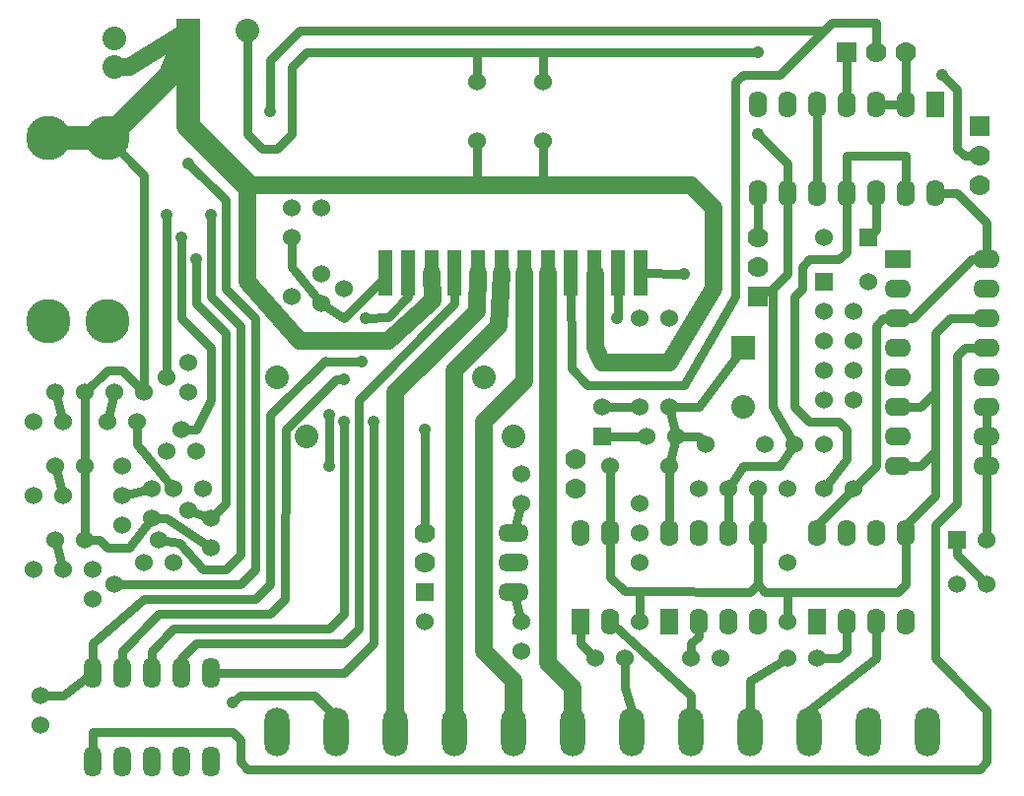
<source format=gbl>
G04 (created by PCBNEW (2013-jul-07)-stable) date Sun 11 Dec 2016 08:13:46 PM CST*
%MOIN*%
G04 Gerber Fmt 3.4, Leading zero omitted, Abs format*
%FSLAX34Y34*%
G01*
G70*
G90*
G04 APERTURE LIST*
%ADD10C,0.00590551*%
%ADD11R,0.06X0.06*%
%ADD12C,0.06*%
%ADD13C,0.08*%
%ADD14O,0.104X0.06*%
%ADD15C,0.07*%
%ADD16O,0.06X0.104*%
%ADD17R,0.07X0.07*%
%ADD18C,0.15*%
%ADD19R,0.062X0.09*%
%ADD20O,0.062X0.09*%
%ADD21R,0.09X0.062*%
%ADD22O,0.09X0.062*%
%ADD23O,0.085X0.165*%
%ADD24R,0.08X0.08*%
%ADD25R,0.0492126X0.15748*%
%ADD26C,0.042*%
%ADD27C,0.03*%
%ADD28C,0.06*%
%ADD29C,0.08*%
G04 APERTURE END LIST*
G54D10*
G54D11*
X98000Y-60000D03*
G54D12*
X99000Y-60000D03*
G54D11*
X80000Y-61750D03*
G54D12*
X80000Y-62750D03*
G54D11*
X86000Y-56500D03*
G54D12*
X86000Y-55500D03*
G54D13*
X69500Y-44000D03*
X69500Y-43015D03*
G54D12*
X94500Y-52250D03*
X94500Y-53250D03*
X93500Y-52250D03*
X93500Y-53250D03*
X98000Y-61500D03*
X99000Y-61500D03*
X92250Y-64000D03*
X93250Y-64000D03*
X90000Y-64000D03*
X89000Y-64000D03*
X86750Y-64000D03*
X85750Y-64000D03*
X83250Y-57750D03*
X83250Y-58750D03*
X87250Y-58750D03*
X87250Y-59750D03*
X94500Y-58250D03*
X93500Y-58250D03*
X89250Y-58250D03*
X90250Y-58250D03*
X88500Y-56500D03*
X87500Y-56500D03*
X75500Y-48750D03*
X76500Y-48750D03*
X67000Y-66250D03*
X67000Y-65250D03*
X70500Y-55000D03*
X69500Y-55000D03*
X72750Y-60250D03*
X72750Y-59250D03*
X70750Y-59250D03*
X70750Y-58250D03*
X68500Y-57500D03*
X67500Y-57500D03*
X68500Y-55000D03*
X67500Y-55000D03*
X68500Y-60000D03*
X67500Y-60000D03*
G54D14*
X83000Y-61750D03*
X83000Y-59750D03*
X83000Y-60750D03*
G54D12*
X83250Y-62750D03*
X83250Y-63750D03*
G54D15*
X80000Y-60750D03*
X80000Y-59750D03*
G54D16*
X68750Y-67500D03*
X69750Y-67500D03*
X70750Y-67500D03*
X71750Y-67500D03*
X72750Y-67500D03*
X72750Y-64500D03*
X71750Y-64500D03*
X70750Y-64500D03*
X69750Y-64500D03*
X68750Y-64500D03*
G54D13*
X82000Y-54500D03*
X75000Y-54500D03*
X83000Y-56500D03*
X76000Y-56500D03*
G54D17*
X94250Y-43500D03*
G54D15*
X95250Y-43500D03*
X96250Y-43500D03*
G54D12*
X67750Y-61000D03*
X66750Y-61000D03*
X67750Y-56000D03*
X66750Y-56000D03*
X67750Y-58500D03*
X66750Y-58500D03*
X69250Y-56000D03*
X70250Y-56000D03*
G54D18*
X69250Y-46400D03*
X67250Y-46400D03*
X69250Y-52600D03*
X67250Y-52600D03*
G54D19*
X93250Y-62750D03*
G54D20*
X94250Y-62750D03*
X95250Y-62750D03*
X96250Y-62750D03*
X96250Y-59750D03*
X95250Y-59750D03*
X94250Y-59750D03*
X93250Y-59750D03*
G54D19*
X88250Y-62750D03*
G54D20*
X89250Y-62750D03*
X90250Y-62750D03*
X91250Y-62750D03*
X91250Y-59750D03*
X90250Y-59750D03*
X89250Y-59750D03*
X88250Y-59750D03*
G54D21*
X96000Y-50500D03*
G54D22*
X96000Y-51500D03*
X96000Y-52500D03*
X96000Y-53500D03*
X96000Y-54500D03*
X96000Y-55500D03*
X96000Y-56500D03*
X96000Y-57500D03*
X99000Y-57500D03*
X99000Y-56500D03*
X99000Y-55500D03*
X99000Y-54500D03*
X99000Y-53500D03*
X99000Y-52500D03*
X99000Y-51500D03*
X99000Y-50500D03*
G54D19*
X97250Y-45250D03*
G54D20*
X96250Y-45250D03*
X95250Y-45250D03*
X94250Y-45250D03*
X93250Y-45250D03*
X92250Y-45250D03*
X91250Y-45250D03*
X91250Y-48250D03*
X92250Y-48250D03*
X93250Y-48250D03*
X94250Y-48250D03*
X95250Y-48250D03*
X96250Y-48250D03*
X97250Y-48250D03*
G54D23*
X87000Y-66500D03*
X89000Y-66500D03*
X91000Y-66500D03*
X93000Y-66500D03*
X95000Y-66500D03*
X97000Y-66500D03*
G54D24*
X90750Y-53500D03*
G54D13*
X90750Y-55500D03*
G54D24*
X72000Y-42750D03*
G54D13*
X74000Y-42750D03*
G54D12*
X89500Y-56750D03*
X91500Y-56750D03*
X92250Y-60750D03*
X92250Y-62750D03*
X87250Y-60750D03*
X87250Y-62750D03*
X75500Y-51750D03*
X75500Y-49750D03*
X84000Y-46500D03*
X84000Y-44500D03*
X81750Y-46500D03*
X81750Y-44500D03*
X88250Y-57500D03*
X86250Y-57500D03*
X94500Y-54250D03*
X94500Y-55250D03*
X92250Y-58250D03*
X91250Y-58250D03*
X93500Y-54250D03*
X93500Y-55250D03*
X92500Y-56750D03*
X93500Y-56750D03*
X72000Y-55000D03*
X71250Y-54500D03*
X72000Y-54000D03*
X68750Y-61000D03*
X69500Y-61500D03*
X68750Y-62000D03*
X70500Y-60750D03*
X71000Y-60000D03*
X71500Y-60750D03*
X76500Y-51000D03*
X77250Y-51500D03*
X76500Y-52000D03*
X71250Y-57000D03*
X71750Y-56250D03*
X72250Y-57000D03*
G54D23*
X75000Y-66500D03*
X77000Y-66500D03*
X79000Y-66500D03*
X81000Y-66500D03*
X83000Y-66500D03*
X85000Y-66500D03*
G54D25*
X78642Y-50964D03*
X79429Y-50964D03*
X80217Y-50964D03*
X81004Y-50964D03*
X81791Y-50964D03*
X82579Y-50964D03*
X83365Y-50964D03*
X84153Y-50964D03*
X84940Y-50964D03*
X85727Y-50964D03*
X86515Y-50964D03*
X87302Y-50964D03*
G54D19*
X85250Y-62750D03*
G54D20*
X86250Y-62750D03*
X86250Y-59750D03*
X85250Y-59750D03*
G54D12*
X69750Y-59500D03*
X69750Y-58500D03*
X69750Y-57500D03*
X87250Y-52500D03*
X87250Y-55500D03*
X88250Y-55500D03*
X88250Y-52500D03*
G54D11*
X95000Y-49750D03*
G54D12*
X95000Y-51250D03*
G54D11*
X93500Y-51250D03*
G54D12*
X93500Y-49750D03*
G54D17*
X98750Y-46000D03*
G54D15*
X98750Y-47000D03*
X98750Y-48000D03*
G54D17*
X91250Y-51750D03*
G54D15*
X91250Y-50750D03*
X91250Y-49750D03*
G54D12*
X71500Y-58250D03*
X72000Y-59000D03*
X72500Y-58250D03*
G54D15*
X85100Y-57250D03*
X85100Y-58250D03*
G54D26*
X73500Y-65500D03*
X91250Y-43500D03*
X77250Y-56000D03*
X78000Y-52500D03*
X77250Y-54550D03*
X72250Y-50500D03*
X86500Y-52500D03*
X76750Y-57500D03*
X80000Y-56250D03*
X76750Y-55750D03*
X71250Y-49000D03*
X74750Y-45500D03*
X78250Y-56000D03*
X77850Y-53950D03*
X91250Y-46250D03*
X72750Y-49000D03*
X72000Y-47250D03*
X97500Y-44250D03*
X71750Y-49750D03*
X88750Y-51000D03*
G54D27*
X71250Y-59250D02*
X70750Y-59250D01*
X81750Y-48000D02*
X81750Y-46500D01*
X84000Y-48000D02*
X84000Y-46500D01*
X72750Y-60250D02*
X71250Y-59250D01*
X69000Y-60000D02*
X68500Y-60000D01*
X69250Y-60250D02*
X69000Y-60000D01*
X70000Y-60250D02*
X69250Y-60250D01*
X70750Y-59250D02*
X70000Y-60250D01*
X69250Y-46400D02*
X70500Y-47650D01*
X70500Y-47650D02*
X70500Y-55000D01*
X68500Y-55000D02*
X69250Y-54250D01*
X69250Y-54250D02*
X69750Y-54250D01*
X69750Y-54250D02*
X70500Y-55000D01*
X68500Y-57500D02*
X68500Y-55000D01*
X68500Y-60000D02*
X68500Y-57500D01*
G54D28*
X69500Y-44000D02*
X70000Y-44000D01*
X70000Y-44000D02*
X72000Y-42750D01*
G54D29*
X67250Y-46400D02*
X69250Y-46400D01*
X69250Y-46400D02*
X71400Y-44250D01*
X71400Y-44250D02*
X72000Y-42750D01*
G54D28*
X80217Y-50964D02*
X80250Y-51900D01*
X74000Y-51250D02*
X74000Y-48000D01*
X75750Y-53250D02*
X74000Y-51250D01*
X78750Y-53250D02*
X75750Y-53250D01*
X80250Y-51900D02*
X78750Y-53250D01*
X89750Y-51500D02*
X89750Y-48750D01*
X89750Y-48750D02*
X89000Y-48000D01*
X89000Y-48000D02*
X84000Y-48000D01*
X84000Y-48000D02*
X81750Y-48000D01*
X81750Y-48000D02*
X74000Y-48000D01*
G54D29*
X74000Y-48000D02*
X72000Y-46000D01*
X72000Y-42750D02*
X72000Y-46000D01*
G54D28*
X85750Y-53500D02*
X85750Y-51000D01*
X86000Y-54000D02*
X88250Y-54000D01*
X85750Y-53500D02*
X86000Y-54000D01*
X88250Y-54000D02*
X89750Y-51500D01*
X84153Y-50964D02*
X84153Y-64153D01*
X84153Y-64153D02*
X85000Y-65000D01*
X85000Y-65000D02*
X85000Y-66500D01*
X82579Y-50964D02*
X82500Y-52750D01*
X81000Y-54250D02*
X81000Y-66500D01*
X82500Y-52750D02*
X81000Y-54250D01*
X83365Y-50964D02*
X83365Y-54634D01*
X83000Y-64750D02*
X83000Y-66500D01*
X82000Y-63750D02*
X83000Y-64750D01*
X82000Y-56000D02*
X82000Y-63750D01*
X83365Y-54634D02*
X82000Y-56000D01*
X81791Y-50964D02*
X81750Y-52250D01*
X79000Y-55000D02*
X79000Y-66500D01*
X81750Y-52250D02*
X79000Y-55000D01*
G54D27*
X77000Y-66500D02*
X77000Y-66000D01*
X73750Y-65250D02*
X73500Y-65500D01*
X76250Y-65250D02*
X73750Y-65250D01*
X77000Y-66000D02*
X76250Y-65250D01*
X81750Y-43500D02*
X81750Y-44500D01*
X84000Y-43500D02*
X84000Y-44500D01*
X76000Y-43500D02*
X75500Y-44000D01*
X91250Y-43500D02*
X84000Y-43500D01*
X84000Y-43500D02*
X81750Y-43500D01*
X81750Y-43500D02*
X76000Y-43500D01*
X74000Y-46250D02*
X74000Y-42750D01*
X74500Y-46750D02*
X74000Y-46250D01*
X75000Y-46750D02*
X74500Y-46750D01*
X75500Y-46250D02*
X75000Y-46750D01*
X75500Y-44000D02*
X75500Y-46250D01*
X91250Y-58250D02*
X91250Y-59750D01*
X87250Y-61734D02*
X87250Y-62749D01*
X87250Y-62749D02*
X87250Y-62750D01*
X91250Y-61500D02*
X91000Y-61750D01*
X86250Y-61250D02*
X86750Y-61732D01*
X86750Y-61732D02*
X87250Y-61734D01*
X87250Y-61734D02*
X91000Y-61750D01*
X86250Y-61250D02*
X86250Y-59750D01*
X92250Y-61750D02*
X92250Y-62750D01*
X76500Y-52000D02*
X75500Y-50750D01*
X75500Y-50750D02*
X75500Y-49750D01*
X78642Y-50964D02*
X78642Y-51107D01*
X77250Y-52500D02*
X76500Y-52000D01*
X78642Y-51107D02*
X77250Y-52500D01*
X91250Y-60250D02*
X91250Y-59750D01*
X86250Y-59750D02*
X86250Y-57750D01*
X86250Y-57750D02*
X86250Y-57500D01*
X96250Y-59750D02*
X96250Y-61500D01*
X96250Y-61500D02*
X96000Y-61750D01*
X96000Y-61750D02*
X92250Y-61750D01*
X92250Y-61750D02*
X91500Y-61750D01*
X91500Y-61750D02*
X91250Y-61500D01*
X91250Y-61500D02*
X91250Y-59750D01*
X87250Y-55500D02*
X87250Y-55500D01*
X87250Y-55500D02*
X86000Y-55500D01*
X96250Y-59750D02*
X96250Y-59500D01*
X96250Y-59500D02*
X97250Y-58500D01*
X97250Y-58500D02*
X97250Y-57000D01*
X99000Y-55500D02*
X99000Y-56500D01*
X99000Y-56500D02*
X99000Y-57500D01*
X99000Y-57500D02*
X99000Y-60000D01*
X96000Y-55500D02*
X96750Y-55500D01*
X96750Y-55500D02*
X97250Y-55000D01*
X99000Y-52500D02*
X97750Y-52500D01*
X96750Y-57500D02*
X96000Y-57500D01*
X97250Y-57000D02*
X96750Y-57500D01*
X97250Y-53000D02*
X97250Y-55000D01*
X97250Y-55000D02*
X97250Y-57000D01*
X97750Y-52500D02*
X97250Y-53000D01*
X69500Y-55000D02*
X69250Y-56000D01*
X89000Y-64000D02*
X89000Y-63500D01*
X89250Y-63250D02*
X89250Y-62750D01*
X89000Y-63500D02*
X89250Y-63250D01*
X87000Y-66500D02*
X87000Y-65750D01*
X86750Y-65000D02*
X86750Y-64000D01*
X87000Y-65750D02*
X86750Y-65000D01*
X89000Y-66500D02*
X89000Y-65250D01*
X89000Y-65250D02*
X86250Y-62750D01*
X81004Y-50964D02*
X81004Y-51995D01*
X71750Y-64000D02*
X71750Y-64500D01*
X72250Y-63500D02*
X71750Y-64000D01*
X77250Y-63500D02*
X72250Y-63500D01*
X77750Y-63000D02*
X77250Y-63500D01*
X77750Y-55250D02*
X77750Y-63000D01*
X81004Y-51995D02*
X77750Y-55250D01*
X70750Y-63750D02*
X70750Y-64500D01*
X71500Y-63000D02*
X70750Y-63750D01*
X76750Y-63000D02*
X71500Y-63000D01*
X77250Y-62500D02*
X76750Y-63000D01*
X77250Y-56000D02*
X77250Y-62500D01*
X79429Y-51770D02*
X78750Y-52450D01*
X78750Y-52450D02*
X78000Y-52500D01*
X79429Y-50964D02*
X79429Y-51770D01*
X77000Y-54550D02*
X75275Y-56275D01*
X69750Y-63750D02*
X71000Y-62500D01*
X71000Y-62500D02*
X74750Y-62500D01*
X74750Y-62500D02*
X75250Y-62000D01*
X75250Y-62000D02*
X75275Y-56275D01*
X69750Y-63750D02*
X69750Y-64500D01*
X77250Y-54550D02*
X77000Y-54550D01*
X73250Y-58500D02*
X73250Y-58750D01*
X73250Y-58750D02*
X72750Y-59250D01*
X72267Y-52001D02*
X72250Y-50500D01*
X73250Y-53000D02*
X72267Y-52001D01*
X73250Y-58500D02*
X73250Y-53000D01*
X72000Y-59000D02*
X72750Y-59250D01*
X71500Y-58250D02*
X70250Y-56750D01*
X70250Y-56750D02*
X70250Y-56000D01*
X67500Y-57500D02*
X67750Y-58500D01*
X86515Y-52484D02*
X86500Y-52500D01*
X86515Y-50964D02*
X86515Y-52484D01*
X93250Y-48250D02*
X93250Y-45250D01*
X94250Y-45250D02*
X94250Y-43500D01*
X83250Y-58750D02*
X83000Y-59750D01*
X83000Y-61750D02*
X83250Y-62750D01*
X67500Y-55000D02*
X67750Y-56000D01*
X80000Y-59750D02*
X80000Y-56250D01*
X76750Y-57500D02*
X76750Y-55750D01*
X74750Y-45500D02*
X74750Y-43750D01*
X71250Y-54500D02*
X71250Y-49000D01*
X75750Y-42750D02*
X93500Y-42750D01*
X74750Y-43750D02*
X75750Y-42750D01*
X90500Y-44500D02*
X90750Y-44250D01*
X95250Y-42500D02*
X95250Y-43500D01*
X93750Y-42500D02*
X95250Y-42500D01*
X92000Y-44250D02*
X93500Y-42750D01*
X93500Y-42750D02*
X93750Y-42500D01*
X90750Y-44250D02*
X92000Y-44250D01*
X84950Y-54200D02*
X85500Y-54750D01*
X85500Y-54750D02*
X88750Y-54750D01*
X88750Y-54750D02*
X90500Y-51750D01*
X84950Y-54200D02*
X84940Y-50964D01*
X90500Y-44500D02*
X90500Y-51750D01*
X67750Y-61000D02*
X67500Y-60000D01*
X96250Y-45250D02*
X96250Y-43500D01*
X96250Y-45250D02*
X95250Y-45250D01*
X72750Y-64500D02*
X77250Y-64500D01*
X78250Y-63500D02*
X78250Y-56000D01*
X77250Y-64500D02*
X78250Y-63500D01*
X95000Y-49750D02*
X95250Y-49500D01*
X95250Y-49500D02*
X95250Y-48250D01*
X99000Y-61500D02*
X98000Y-60500D01*
X98000Y-60500D02*
X98000Y-60000D01*
X68750Y-67500D02*
X68750Y-66500D01*
X98250Y-53500D02*
X99000Y-53500D01*
X98000Y-53750D02*
X98250Y-53500D01*
X97250Y-64000D02*
X97250Y-59500D01*
X97250Y-59500D02*
X98000Y-58750D01*
X98000Y-58750D02*
X98000Y-53750D01*
X99000Y-65750D02*
X97250Y-64000D01*
X99000Y-67500D02*
X99000Y-65750D01*
X98750Y-67750D02*
X99000Y-67500D01*
X74000Y-67750D02*
X98750Y-67750D01*
X73750Y-67500D02*
X74000Y-67750D01*
X73750Y-66750D02*
X73750Y-67500D01*
X73500Y-66500D02*
X73750Y-66750D01*
X68750Y-66500D02*
X73500Y-66500D01*
X67000Y-65250D02*
X67750Y-65250D01*
X67750Y-65250D02*
X68750Y-64500D01*
X76598Y-53949D02*
X77849Y-53949D01*
X77849Y-53949D02*
X77850Y-53950D01*
X68750Y-64500D02*
X68750Y-63500D01*
X74750Y-55750D02*
X76598Y-53949D01*
X76598Y-53949D02*
X76624Y-53924D01*
X74750Y-61500D02*
X74750Y-55750D01*
X74250Y-62000D02*
X74750Y-61500D01*
X70500Y-62000D02*
X74250Y-62000D01*
X68750Y-63500D02*
X70500Y-62000D01*
X93000Y-56000D02*
X94000Y-56000D01*
X92750Y-51500D02*
X92750Y-50750D01*
X94250Y-48250D02*
X94250Y-50250D01*
X93000Y-56000D02*
X92500Y-55500D01*
X92500Y-55500D02*
X92500Y-51750D01*
X92500Y-51750D02*
X92750Y-51500D01*
X94000Y-50500D02*
X94250Y-50250D01*
X93000Y-50500D02*
X94000Y-50500D01*
X92750Y-50750D02*
X93000Y-50500D01*
X94250Y-57250D02*
X93500Y-58250D01*
X94250Y-56250D02*
X94250Y-57250D01*
X94000Y-56000D02*
X94250Y-56250D01*
X94250Y-48250D02*
X94250Y-47000D01*
X96250Y-47000D02*
X96250Y-48250D01*
X94250Y-47000D02*
X96250Y-47000D01*
X71000Y-60000D02*
X71700Y-60100D01*
X91250Y-46250D02*
X92250Y-47250D01*
X92250Y-47250D02*
X92250Y-48250D01*
X72750Y-51750D02*
X72750Y-49000D01*
X73750Y-52750D02*
X72750Y-51750D01*
X73750Y-60500D02*
X73750Y-52750D01*
X73250Y-61000D02*
X73750Y-60500D01*
X72500Y-61000D02*
X73250Y-61000D01*
X71700Y-60100D02*
X72500Y-61000D01*
X90750Y-57500D02*
X92000Y-57500D01*
X90250Y-58250D02*
X90750Y-57500D01*
X92000Y-57500D02*
X92500Y-56750D01*
X91750Y-55500D02*
X91750Y-51500D01*
X92500Y-56750D02*
X91750Y-55500D01*
X91250Y-51750D02*
X91750Y-51500D01*
X91750Y-51500D02*
X92250Y-51000D01*
X92250Y-51000D02*
X92250Y-48250D01*
X90250Y-59750D02*
X90250Y-58250D01*
X73250Y-48500D02*
X72000Y-47250D01*
X74250Y-61000D02*
X74250Y-52500D01*
X69500Y-61500D02*
X73750Y-61500D01*
X73750Y-61500D02*
X74250Y-61000D01*
X74250Y-52500D02*
X73250Y-51500D01*
X73250Y-48500D02*
X73250Y-51500D01*
X98250Y-47000D02*
X98750Y-47000D01*
X98000Y-46750D02*
X98250Y-47000D01*
X98000Y-44750D02*
X98000Y-46750D01*
X97500Y-44250D02*
X98000Y-44750D01*
X69750Y-58500D02*
X70750Y-58250D01*
X72250Y-56250D02*
X71750Y-56250D01*
X71750Y-52500D02*
X71750Y-49750D01*
X72750Y-53500D02*
X71750Y-52500D01*
X72750Y-55250D02*
X72750Y-53500D01*
X72250Y-56250D02*
X72750Y-55250D01*
X91250Y-48250D02*
X91250Y-49750D01*
X87500Y-56500D02*
X86500Y-56500D01*
X86500Y-56500D02*
X86000Y-56500D01*
X85750Y-64000D02*
X85250Y-63500D01*
X85250Y-63500D02*
X85250Y-62750D01*
X91000Y-66500D02*
X91000Y-64750D01*
X91000Y-64750D02*
X92250Y-64000D01*
X93250Y-64000D02*
X94000Y-64000D01*
X94250Y-63750D02*
X94250Y-62750D01*
X94000Y-64000D02*
X94250Y-63750D01*
X93000Y-66500D02*
X93000Y-65750D01*
X95250Y-64000D02*
X95250Y-62750D01*
X93000Y-65750D02*
X95250Y-64000D01*
X94500Y-58250D02*
X95250Y-57500D01*
X95250Y-52750D02*
X95250Y-57500D01*
X95500Y-52500D02*
X95250Y-52750D01*
X95500Y-52500D02*
X96000Y-52500D01*
X93250Y-59750D02*
X93250Y-59500D01*
X93250Y-59500D02*
X94500Y-58250D01*
X88500Y-56500D02*
X89250Y-56500D01*
X89250Y-56500D02*
X89500Y-56750D01*
X88250Y-57500D02*
X88500Y-56500D01*
X88250Y-59750D02*
X88250Y-57750D01*
X88250Y-57750D02*
X88250Y-57500D01*
X88250Y-55500D02*
X89250Y-55500D01*
X89250Y-55500D02*
X90750Y-53500D01*
X87302Y-50964D02*
X88750Y-51000D01*
X99000Y-50500D02*
X99000Y-49250D01*
X98000Y-48250D02*
X97250Y-48250D01*
X99000Y-49250D02*
X98000Y-48250D01*
X88250Y-55500D02*
X88500Y-56500D01*
X99000Y-50500D02*
X98500Y-50500D01*
X98500Y-50500D02*
X96500Y-52500D01*
X96500Y-52500D02*
X96000Y-52500D01*
M02*

</source>
